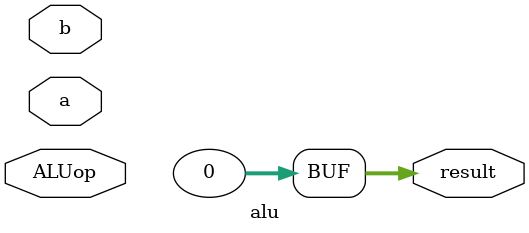
<source format=v>
module alu (a, b, ALUop, result);
	input 	[31:0] 	a;
	input 	[31:0] 	b;
	input 		ALUop;

	output  	reg 	[31:0] 	result;

	always @ ( ALUop or a or b ) begin
		case (ALUop)

			default: result = 0;
		endcase
	end
endmodule // Arithmetic Logic Unit;

</source>
